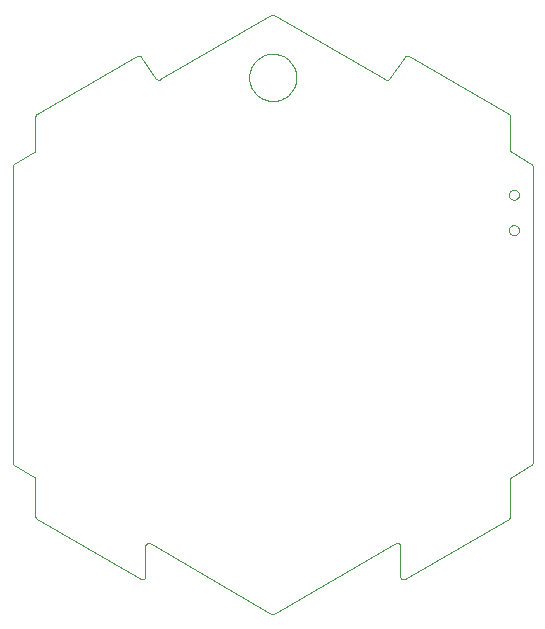
<source format=gko>
G75*
%MOIN*%
%OFA0B0*%
%FSLAX24Y24*%
%IPPOS*%
%LPD*%
%AMOC8*
5,1,8,0,0,1.08239X$1,22.5*
%
%ADD10C,0.0000*%
D10*
X000950Y003328D02*
X004410Y001330D01*
X004427Y001322D01*
X004446Y001318D01*
X004465Y001317D01*
X004484Y001320D01*
X004502Y001326D01*
X004518Y001336D01*
X004532Y001348D01*
X004544Y001363D01*
X004553Y001380D01*
X004558Y001398D01*
X004560Y001417D01*
X004560Y002431D01*
X004562Y002450D01*
X004567Y002468D01*
X004576Y002485D01*
X004588Y002500D01*
X004602Y002512D01*
X004618Y002522D01*
X004636Y002528D01*
X004655Y002531D01*
X004674Y002530D01*
X004693Y002525D01*
X004710Y002518D01*
X004710Y002517D02*
X008760Y000179D01*
X008760Y000178D02*
X008776Y000171D01*
X008793Y000167D01*
X008810Y000165D01*
X008827Y000167D01*
X008844Y000171D01*
X008860Y000178D01*
X008860Y000179D02*
X012911Y002517D01*
X012911Y002518D02*
X012928Y002526D01*
X012947Y002530D01*
X012966Y002531D01*
X012985Y002528D01*
X013003Y002522D01*
X013019Y002512D01*
X013033Y002500D01*
X013045Y002485D01*
X013054Y002468D01*
X013059Y002450D01*
X013061Y002431D01*
X013061Y001417D01*
X013063Y001398D01*
X013068Y001380D01*
X013077Y001363D01*
X013089Y001348D01*
X013103Y001336D01*
X013119Y001326D01*
X013137Y001320D01*
X013156Y001317D01*
X013175Y001318D01*
X013194Y001323D01*
X013211Y001330D01*
X016671Y003328D01*
X016721Y003415D02*
X016721Y004659D01*
X016723Y004676D01*
X016727Y004693D01*
X016734Y004709D01*
X016744Y004723D01*
X016757Y004736D01*
X016771Y004746D01*
X017421Y005121D01*
X017471Y005208D02*
X017471Y015092D01*
X017421Y015179D02*
X016771Y015554D01*
X016757Y015564D01*
X016744Y015577D01*
X016734Y015591D01*
X016727Y015607D01*
X016723Y015624D01*
X016721Y015641D01*
X016721Y016755D01*
X016671Y016842D02*
X013336Y018767D01*
X013336Y018768D02*
X013319Y018775D01*
X013301Y018780D01*
X013283Y018781D01*
X013264Y018779D01*
X013247Y018773D01*
X013230Y018764D01*
X013216Y018752D01*
X013204Y018738D01*
X012696Y018012D01*
X012696Y018013D02*
X012684Y017999D01*
X012670Y017987D01*
X012653Y017978D01*
X012636Y017972D01*
X012617Y017970D01*
X012599Y017971D01*
X012581Y017976D01*
X012564Y017983D01*
X008860Y020121D01*
X008760Y020121D02*
X005057Y017983D01*
X005040Y017976D01*
X005022Y017971D01*
X005004Y017970D01*
X004985Y017972D01*
X004968Y017978D01*
X004951Y017987D01*
X004937Y017999D01*
X004925Y018013D01*
X004925Y018012D02*
X004417Y018738D01*
X004405Y018752D01*
X004391Y018764D01*
X004374Y018773D01*
X004357Y018779D01*
X004338Y018781D01*
X004320Y018780D01*
X004302Y018775D01*
X004285Y018768D01*
X004285Y018767D02*
X000950Y016842D01*
X000936Y016832D01*
X000923Y016819D01*
X000913Y016805D01*
X000906Y016789D01*
X000902Y016772D01*
X000900Y016755D01*
X000900Y015641D01*
X000898Y015624D01*
X000894Y015607D01*
X000887Y015591D01*
X000877Y015577D01*
X000864Y015564D01*
X000850Y015554D01*
X000200Y015179D01*
X000186Y015169D01*
X000173Y015156D01*
X000163Y015142D01*
X000156Y015126D01*
X000152Y015109D01*
X000150Y015092D01*
X000150Y005208D01*
X000152Y005191D01*
X000156Y005174D01*
X000163Y005158D01*
X000173Y005144D01*
X000186Y005131D01*
X000200Y005121D01*
X000850Y004746D01*
X000900Y004659D02*
X000900Y003415D01*
X000902Y003398D01*
X000906Y003381D01*
X000913Y003365D01*
X000923Y003351D01*
X000936Y003338D01*
X000950Y003328D01*
X000900Y004659D02*
X000898Y004676D01*
X000894Y004693D01*
X000887Y004709D01*
X000877Y004723D01*
X000864Y004736D01*
X000850Y004746D01*
X008023Y018050D02*
X008025Y018106D01*
X008031Y018161D01*
X008041Y018215D01*
X008054Y018269D01*
X008072Y018322D01*
X008093Y018373D01*
X008117Y018423D01*
X008145Y018471D01*
X008177Y018517D01*
X008211Y018561D01*
X008249Y018602D01*
X008289Y018640D01*
X008332Y018675D01*
X008377Y018707D01*
X008425Y018736D01*
X008474Y018762D01*
X008525Y018784D01*
X008577Y018802D01*
X008631Y018816D01*
X008686Y018827D01*
X008741Y018834D01*
X008796Y018837D01*
X008852Y018836D01*
X008907Y018831D01*
X008962Y018822D01*
X009016Y018810D01*
X009069Y018793D01*
X009121Y018773D01*
X009171Y018749D01*
X009219Y018722D01*
X009266Y018692D01*
X009310Y018658D01*
X009352Y018621D01*
X009390Y018581D01*
X009427Y018539D01*
X009460Y018494D01*
X009489Y018448D01*
X009516Y018399D01*
X009538Y018348D01*
X009558Y018296D01*
X009573Y018242D01*
X009585Y018188D01*
X009593Y018133D01*
X009597Y018078D01*
X009597Y018022D01*
X009593Y017967D01*
X009585Y017912D01*
X009573Y017858D01*
X009558Y017804D01*
X009538Y017752D01*
X009516Y017701D01*
X009489Y017652D01*
X009460Y017606D01*
X009427Y017561D01*
X009390Y017519D01*
X009352Y017479D01*
X009310Y017442D01*
X009266Y017408D01*
X009219Y017378D01*
X009171Y017351D01*
X009121Y017327D01*
X009069Y017307D01*
X009016Y017290D01*
X008962Y017278D01*
X008907Y017269D01*
X008852Y017264D01*
X008796Y017263D01*
X008741Y017266D01*
X008686Y017273D01*
X008631Y017284D01*
X008577Y017298D01*
X008525Y017316D01*
X008474Y017338D01*
X008425Y017364D01*
X008377Y017393D01*
X008332Y017425D01*
X008289Y017460D01*
X008249Y017498D01*
X008211Y017539D01*
X008177Y017583D01*
X008145Y017629D01*
X008117Y017677D01*
X008093Y017727D01*
X008072Y017778D01*
X008054Y017831D01*
X008041Y017885D01*
X008031Y017939D01*
X008025Y017994D01*
X008023Y018050D01*
X008760Y020122D02*
X008776Y020129D01*
X008793Y020133D01*
X008810Y020135D01*
X008827Y020133D01*
X008844Y020129D01*
X008860Y020122D01*
X016671Y016842D02*
X016685Y016832D01*
X016698Y016819D01*
X016708Y016805D01*
X016715Y016789D01*
X016719Y016772D01*
X016721Y016755D01*
X017421Y015179D02*
X017435Y015169D01*
X017448Y015156D01*
X017458Y015142D01*
X017465Y015126D01*
X017469Y015109D01*
X017471Y015092D01*
X016683Y014141D02*
X016685Y014166D01*
X016691Y014191D01*
X016700Y014215D01*
X016713Y014237D01*
X016730Y014257D01*
X016749Y014274D01*
X016770Y014288D01*
X016794Y014298D01*
X016818Y014305D01*
X016844Y014308D01*
X016869Y014307D01*
X016894Y014302D01*
X016918Y014293D01*
X016941Y014281D01*
X016961Y014266D01*
X016979Y014247D01*
X016994Y014226D01*
X017005Y014203D01*
X017013Y014179D01*
X017017Y014154D01*
X017017Y014128D01*
X017013Y014103D01*
X017005Y014079D01*
X016994Y014056D01*
X016979Y014035D01*
X016961Y014016D01*
X016941Y014001D01*
X016918Y013989D01*
X016894Y013980D01*
X016869Y013975D01*
X016844Y013974D01*
X016818Y013977D01*
X016794Y013984D01*
X016770Y013994D01*
X016749Y014008D01*
X016730Y014025D01*
X016713Y014045D01*
X016700Y014067D01*
X016691Y014091D01*
X016685Y014116D01*
X016683Y014141D01*
X016683Y012959D02*
X016685Y012984D01*
X016691Y013009D01*
X016700Y013033D01*
X016713Y013055D01*
X016730Y013075D01*
X016749Y013092D01*
X016770Y013106D01*
X016794Y013116D01*
X016818Y013123D01*
X016844Y013126D01*
X016869Y013125D01*
X016894Y013120D01*
X016918Y013111D01*
X016941Y013099D01*
X016961Y013084D01*
X016979Y013065D01*
X016994Y013044D01*
X017005Y013021D01*
X017013Y012997D01*
X017017Y012972D01*
X017017Y012946D01*
X017013Y012921D01*
X017005Y012897D01*
X016994Y012874D01*
X016979Y012853D01*
X016961Y012834D01*
X016941Y012819D01*
X016918Y012807D01*
X016894Y012798D01*
X016869Y012793D01*
X016844Y012792D01*
X016818Y012795D01*
X016794Y012802D01*
X016770Y012812D01*
X016749Y012826D01*
X016730Y012843D01*
X016713Y012863D01*
X016700Y012885D01*
X016691Y012909D01*
X016685Y012934D01*
X016683Y012959D01*
X017471Y005208D02*
X017469Y005191D01*
X017465Y005174D01*
X017458Y005158D01*
X017448Y005144D01*
X017435Y005131D01*
X017421Y005121D01*
X016721Y003415D02*
X016719Y003398D01*
X016715Y003381D01*
X016708Y003365D01*
X016698Y003351D01*
X016685Y003338D01*
X016671Y003328D01*
M02*

</source>
